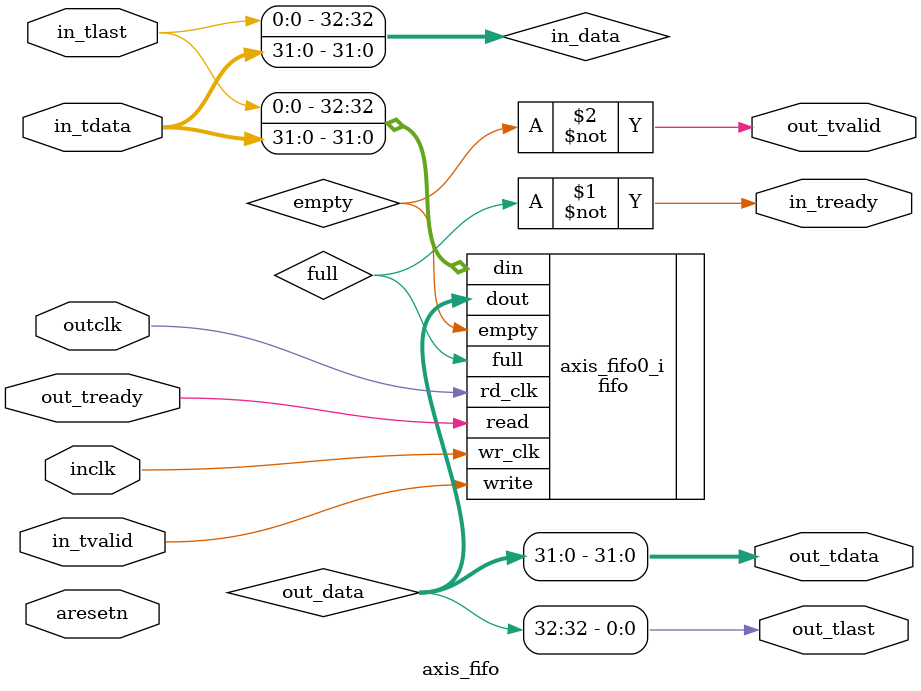
<source format=v>
`timescale 1ns / 1ps


module axis_fifo #
  (
   parameter C_DATA_WIDTH = 32,
   parameter C_DATA_DEPTH = 16
   ) (
      input aresetn,
      input inclk,
      input [C_DATA_WIDTH-1:0] in_tdata,
      input in_tlast,  
      input in_tvalid,
      output in_tready,
      input outclk, 
      output [C_DATA_WIDTH-1:0] out_tdata,
      input out_tready,
      output out_tvalid,
      output out_tlast
      );

   wire [C_DATA_WIDTH:0] in_data;
   wire [C_DATA_WIDTH:0] out_data;
   wire full, empty;

   assign in_data = {in_tlast,in_tdata};
   assign out_tdata = out_data[C_DATA_WIDTH-1:0];
   assign out_tlast = out_data[C_DATA_WIDTH];
   
   assign in_tready = ~full;
   assign out_tvalid = ~empty;
   
   localparam REAL_WIDTH = C_DATA_WIDTH + 1;
   
    fifo #( 
        .WIDTH(REAL_WIDTH),
        .DEPTH(C_DATA_DEPTH)
    ) axis_fifo0_i (
        .wr_clk(inclk),
        .din(in_data),
        .write(in_tvalid),
        .full(full),
        .dout(out_data),
        .read(out_tready),
        .empty(empty),
        .rd_clk(outclk) 
    );
            
endmodule

</source>
